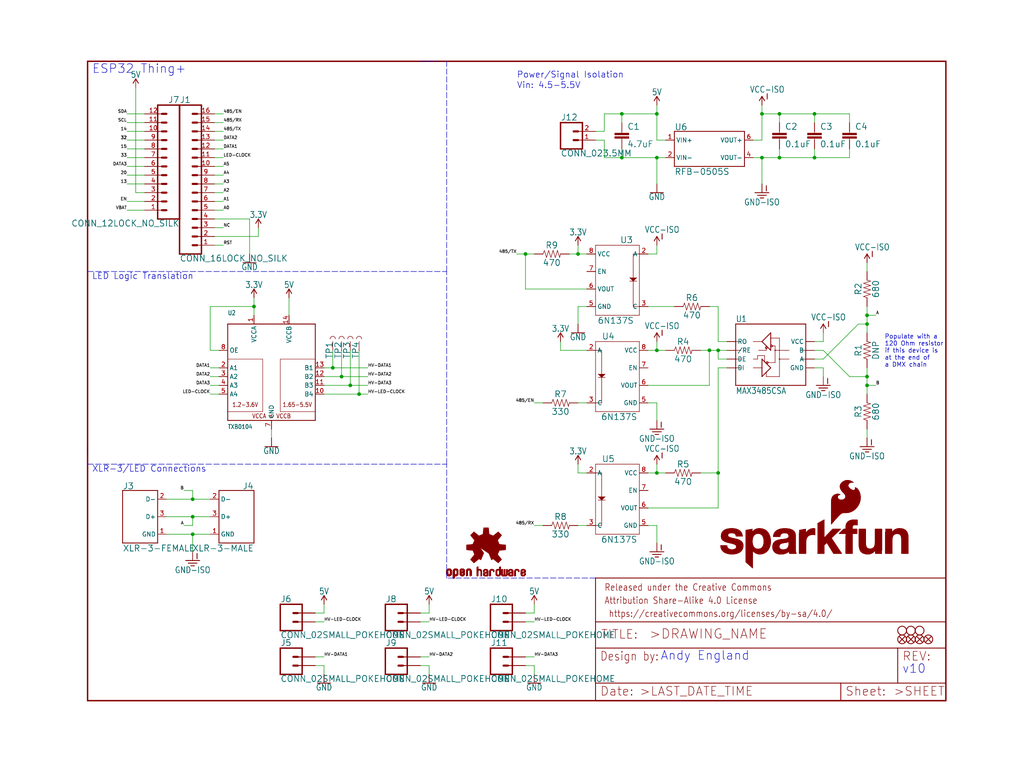
<source format=kicad_sch>
(kicad_sch (version 20211123) (generator eeschema)
  (paper "User" 297.002 224.231)
  (lib_symbols
    (symbol "eagleSchem-eagle-import:0.1UF-0603-25V-(+80{slash}-20%)"
      (property "Reference" "C" (at 1.524 2.921 0))
      (property "Value" "0.1UF-0603-25V-(+80{slash}-20%)" (at 1.524 -2.159 0))
      (symbol "0.1UF-0603-25V-(+80{slash}-20%)_1_0"
        (pin passive line (at 0 5.08 270) (length 2.54) (name "1") (number "1"))
        (pin passive line (at 0 -2.54 90) (length 2.54) (name "2") (number "2"))
      )
    )
    (symbol "eagleSchem-eagle-import:100OHM-HORIZ_KIT-1{slash}4W-1%"
      (property "Reference" "R" (at 0 1.524 0))
      (property "Value" "100OHM-HORIZ_KIT-1{slash}4W-1%" (at 0 -1.524 0))
      (symbol "100OHM-HORIZ_KIT-1{slash}4W-1%_1_0"
        (pin passive line (at -5.08 0 0) (length 2.54) (name "1") (number "P$1"))
        (pin passive line (at 5.08 0 180) (length 2.54) (name "2") (number "P$2"))
      )
    )
    (symbol "eagleSchem-eagle-import:3.3V" (power)
      (property "Value" "3.3V" (at 0 2.794 0))
      (symbol "3.3V_1_0"
        (pin power_in line (at 0 0 90) (length 2.54) (name "3.3V") (number "1"))
      )
    )
    (symbol "eagleSchem-eagle-import:330OHM-0603-1{slash}10W-1%"
      (property "Reference" "R" (at 0 1.524 0))
      (property "Value" "330OHM-0603-1{slash}10W-1%" (at 0 -1.524 0))
      (symbol "330OHM-0603-1{slash}10W-1%_1_0"
        (pin passive line (at -5.08 0 0) (length 2.54) (name "1") (number "1"))
        (pin passive line (at 5.08 0 180) (length 2.54) (name "2") (number "2"))
      )
    )
    (symbol "eagleSchem-eagle-import:4.7UF-0603-6.3V-(10%)"
      (property "Reference" "C" (at 1.524 2.921 0))
      (property "Value" "4.7UF-0603-6.3V-(10%)" (at 1.524 -2.159 0))
      (symbol "4.7UF-0603-6.3V-(10%)_1_0"
        (pin passive line (at 0 5.08 270) (length 2.54) (name "1") (number "1"))
        (pin passive line (at 0 -2.54 90) (length 2.54) (name "2") (number "2"))
      )
    )
    (symbol "eagleSchem-eagle-import:470OHM-0603-1{slash}10W-1%"
      (property "Reference" "R" (at 0 1.524 0))
      (property "Value" "470OHM-0603-1{slash}10W-1%" (at 0 -1.524 0))
      (symbol "470OHM-0603-1{slash}10W-1%_1_0"
        (pin passive line (at -5.08 0 0) (length 2.54) (name "1") (number "1"))
        (pin passive line (at 5.08 0 180) (length 2.54) (name "2") (number "2"))
      )
    )
    (symbol "eagleSchem-eagle-import:5V" (power)
      (property "Value" "5V" (at 0 2.794 0))
      (symbol "5V_1_0"
        (pin power_in line (at 0 0 90) (length 2.54) (name "5V") (number "1"))
      )
    )
    (symbol "eagleSchem-eagle-import:680OHM-0603-1{slash}10W-5%"
      (property "Reference" "R" (at 0 1.524 0))
      (property "Value" "680OHM-0603-1{slash}10W-5%" (at 0 -1.524 0))
      (symbol "680OHM-0603-1{slash}10W-5%_1_0"
        (pin passive line (at -5.08 0 0) (length 2.54) (name "1") (number "1"))
        (pin passive line (at 5.08 0 180) (length 2.54) (name "2") (number "2"))
      )
    )
    (symbol "eagleSchem-eagle-import:6N137S"
      (property "Reference" "U" (at -3.302 8.128 0))
      (property "Value" "6N137S" (at -3.556 -13.208 0))
      (symbol "6N137S_1_0"
        (pin bidirectional line (at -7.62 5.08 0) (length 2.54) (name "A") (number "2"))
        (pin bidirectional line (at -7.62 -10.16 0) (length 2.54) (name "C") (number "3"))
        (pin bidirectional line (at 10.16 -10.16 180) (length 2.54) (name "GND") (number "5"))
        (pin bidirectional line (at 10.16 -5.08 180) (length 2.54) (name "VOUT") (number "6"))
        (pin bidirectional line (at 10.16 0 180) (length 2.54) (name "EN") (number "7"))
        (pin bidirectional line (at 10.16 5.08 180) (length 2.54) (name "VCC") (number "8"))
      )
    )
    (symbol "eagleSchem-eagle-import:CONN_023.5MM"
      (property "Reference" "J" (at -2.54 5.588 0))
      (property "Value" "CONN_023.5MM" (at -2.54 -4.826 0))
      (symbol "CONN_023.5MM_1_0"
        (pin passive line (at 7.62 0 180) (length 5.08) (name "1") (number "1"))
        (pin passive line (at 7.62 2.54 180) (length 5.08) (name "2") (number "2"))
      )
    )
    (symbol "eagleSchem-eagle-import:CONN_02SMALL_POKEHOME"
      (property "Reference" "J" (at -2.54 5.588 0))
      (property "Value" "CONN_02SMALL_POKEHOME" (at -2.54 -4.826 0))
      (symbol "CONN_02SMALL_POKEHOME_1_0"
        (pin passive line (at 7.62 0 180) (length 5.08) (name "1") (number "P1"))
        (pin passive line (at 7.62 2.54 180) (length 5.08) (name "2") (number "P2"))
        (pin passive line (at 7.62 0 180) (length 5.08) (name "1") (number "P3"))
        (pin passive line (at 7.62 2.54 180) (length 5.08) (name "2") (number "P4"))
      )
    )
    (symbol "eagleSchem-eagle-import:CONN_12LOCK_NO_SILK"
      (property "Reference" "J" (at 0 15.748 0))
      (property "Value" "CONN_12LOCK_NO_SILK" (at 0 -20.066 0))
      (symbol "CONN_12LOCK_NO_SILK_1_0"
        (pin passive line (at 10.16 -15.24 180) (length 5.08) (name "1") (number "1"))
        (pin passive line (at 10.16 7.62 180) (length 5.08) (name "10") (number "10"))
        (pin passive line (at 10.16 10.16 180) (length 5.08) (name "11") (number "11"))
        (pin passive line (at 10.16 12.7 180) (length 5.08) (name "12") (number "12"))
        (pin passive line (at 10.16 -12.7 180) (length 5.08) (name "2") (number "2"))
        (pin passive line (at 10.16 -10.16 180) (length 5.08) (name "3") (number "3"))
        (pin passive line (at 10.16 -7.62 180) (length 5.08) (name "4") (number "4"))
        (pin passive line (at 10.16 -5.08 180) (length 5.08) (name "5") (number "5"))
        (pin passive line (at 10.16 -2.54 180) (length 5.08) (name "6") (number "6"))
        (pin passive line (at 10.16 0 180) (length 5.08) (name "7") (number "7"))
        (pin passive line (at 10.16 2.54 180) (length 5.08) (name "8") (number "8"))
        (pin passive line (at 10.16 5.08 180) (length 5.08) (name "9") (number "9"))
      )
    )
    (symbol "eagleSchem-eagle-import:CONN_16LOCK_NO_SILK"
      (property "Reference" "J" (at 0 20.828 0))
      (property "Value" "CONN_16LOCK_NO_SILK" (at 0 -25.146 0))
      (symbol "CONN_16LOCK_NO_SILK_1_0"
        (pin passive line (at 10.16 -20.32 180) (length 5.08) (name "1") (number "1"))
        (pin passive line (at 10.16 2.54 180) (length 5.08) (name "10") (number "10"))
        (pin passive line (at 10.16 5.08 180) (length 5.08) (name "11") (number "11"))
        (pin passive line (at 10.16 7.62 180) (length 5.08) (name "12") (number "12"))
        (pin passive line (at 10.16 10.16 180) (length 5.08) (name "13") (number "13"))
        (pin passive line (at 10.16 12.7 180) (length 5.08) (name "14") (number "14"))
        (pin passive line (at 10.16 15.24 180) (length 5.08) (name "15") (number "15"))
        (pin passive line (at 10.16 17.78 180) (length 5.08) (name "16") (number "16"))
        (pin passive line (at 10.16 -17.78 180) (length 5.08) (name "2") (number "2"))
        (pin passive line (at 10.16 -15.24 180) (length 5.08) (name "3") (number "3"))
        (pin passive line (at 10.16 -12.7 180) (length 5.08) (name "4") (number "4"))
        (pin passive line (at 10.16 -10.16 180) (length 5.08) (name "5") (number "5"))
        (pin passive line (at 10.16 -7.62 180) (length 5.08) (name "6") (number "6"))
        (pin passive line (at 10.16 -5.08 180) (length 5.08) (name "7") (number "7"))
        (pin passive line (at 10.16 -2.54 180) (length 5.08) (name "8") (number "8"))
        (pin passive line (at 10.16 0 180) (length 5.08) (name "9") (number "9"))
      )
    )
    (symbol "eagleSchem-eagle-import:FIDUCIALUFIDUCIAL")
    (symbol "eagleSchem-eagle-import:FRAME-LETTER"
      (symbol "FRAME-LETTER_2_0"
        (text " https://creativecommons.org/licenses/by-sa/4.0/" (at 2.54 24.13 0) (effects (font (size 1.9304 1.6408)) (justify left bottom)))
        (text ">DRAWING_NAME" (at 15.494 17.78 0) (effects (font (size 2.7432 2.7432)) (justify left bottom)))
        (text ">LAST_DATE_TIME" (at 12.7 1.27 0) (effects (font (size 2.54 2.54)) (justify left bottom)))
        (text ">SHEET" (at 86.36 1.27 0) (effects (font (size 2.54 2.54)) (justify left bottom)))
        (text "Attribution Share-Alike 4.0 License" (at 2.54 27.94 0) (effects (font (size 1.9304 1.6408)) (justify left bottom)))
        (text "Date:" (at 1.27 1.27 0) (effects (font (size 2.54 2.54)) (justify left bottom)))
        (text "Design by:" (at 1.27 11.43 0) (effects (font (size 2.54 2.159)) (justify left bottom)))
        (text "Released under the Creative Commons" (at 2.54 31.75 0) (effects (font (size 1.9304 1.6408)) (justify left bottom)))
        (text "REV:" (at 88.9 11.43 0) (effects (font (size 2.54 2.54)) (justify left bottom)))
        (text "Sheet:" (at 72.39 1.27 0) (effects (font (size 2.54 2.54)) (justify left bottom)))
        (text "TITLE:" (at 1.524 17.78 0) (effects (font (size 2.54 2.54)) (justify left bottom)))
      )
    )
    (symbol "eagleSchem-eagle-import:GND" (power)
      (property "Value" "GND" (at 0 -0.254 0))
      (symbol "GND_1_0"
        (pin power_in line (at 0 2.54 270) (length 2.54) (name "GND") (number "1"))
      )
    )
    (symbol "eagleSchem-eagle-import:GND-ISO" (power)
      (property "Value" "GND-ISO" (at 0 -1.778 0))
      (symbol "GND-ISO_1_0"
        (pin power_in line (at 0 2.54 270) (length 2.54) (name "GND-ISO") (number "1"))
      )
    )
    (symbol "eagleSchem-eagle-import:OSHW-LOGOS")
    (symbol "eagleSchem-eagle-import:RFB-0505S"
      (property "Reference" "U" (at -10.16 5.334 0))
      (property "Value" "RFB-0505S" (at -10.16 -7.62 0))
      (symbol "RFB-0505S_1_0"
        (pin bidirectional line (at -12.7 2.54 0) (length 2.54) (name "VIN+") (number "1"))
        (pin bidirectional line (at -12.7 -2.54 0) (length 2.54) (name "VIN-") (number "2"))
        (pin bidirectional line (at 12.7 -2.54 180) (length 2.54) (name "VOUT-") (number "4"))
        (pin bidirectional line (at 12.7 2.54 180) (length 2.54) (name "VOUT+") (number "6"))
      )
    )
    (symbol "eagleSchem-eagle-import:RS485SOIC"
      (property "Reference" "U" (at -7.62 8.128 0))
      (property "Value" "RS485SOIC" (at -7.62 -12.7 0))
      (symbol "RS485SOIC_1_0"
        (pin bidirectional line (at -10.16 2.54 0) (length 2.54) (name "RO") (number "1"))
        (pin bidirectional line (at -10.16 0 0) (length 2.54) (name "/RE") (number "2"))
        (pin bidirectional line (at -10.16 -2.54 0) (length 2.54) (name "DE") (number "3"))
        (pin bidirectional line (at -10.16 -5.08 0) (length 2.54) (name "DI") (number "4"))
        (pin bidirectional line (at 15.24 -5.08 180) (length 2.54) (name "GND") (number "5"))
        (pin bidirectional line (at 15.24 -2.54 180) (length 2.54) (name "A") (number "6"))
        (pin bidirectional line (at 15.24 0 180) (length 2.54) (name "B") (number "7"))
        (pin bidirectional line (at 15.24 2.54 180) (length 2.54) (name "VCC") (number "8"))
      )
    )
    (symbol "eagleSchem-eagle-import:SFE_LOGO_NAME_FLAME.2_INCH")
    (symbol "eagleSchem-eagle-import:STAND-OFFTIGHT")
    (symbol "eagleSchem-eagle-import:TEST-POINT3"
      (property "Reference" "TP" (at -2.54 2.54 0))
      (property "Value" "TEST-POINT3" (at -2.54 -2.54 0))
      (symbol "TEST-POINT3_1_0"
        (pin bidirectional line (at 0 0 180) (length 0) (name "1") (number "P$1"))
      )
    )
    (symbol "eagleSchem-eagle-import:TXB0104PWR"
      (property "Reference" "U" (at -12.7 17.78 0))
      (property "Value" "TXB0104PWR" (at -12.7 -15.24 0))
      (symbol "TXB0104PWR_1_0"
        (text "1.2-3.6V" (at -11.43 -8.89 0) (effects (font (size 1.27 1.0795)) (justify left bottom)))
        (text "1.65-5.5V" (at 3.175 -8.89 0) (effects (font (size 1.27 1.0795)) (justify left bottom)))
        (text "VCCA ≤ VCCB" (at 0 -12.192 0) (effects (font (size 1.27 1.0795)) (justify bottom)))
        (pin bidirectional line (at -5.08 17.78 270) (length 2.54) (name "VCCA") (number "1"))
        (pin bidirectional line (at 15.24 -5.08 180) (length 2.54) (name "B4") (number "10"))
        (pin bidirectional line (at 15.24 -2.54 180) (length 2.54) (name "B3") (number "11"))
        (pin bidirectional line (at 15.24 0 180) (length 2.54) (name "B2") (number "12"))
        (pin bidirectional line (at 15.24 2.54 180) (length 2.54) (name "B1") (number "13"))
        (pin bidirectional line (at 5.08 17.78 270) (length 2.54) (name "VCCB") (number "14"))
        (pin bidirectional line (at -15.24 2.54 0) (length 2.54) (name "A1") (number "2"))
        (pin bidirectional line (at -15.24 0 0) (length 2.54) (name "A2") (number "3"))
        (pin bidirectional line (at -15.24 -2.54 0) (length 2.54) (name "A3") (number "4"))
        (pin bidirectional line (at -15.24 -5.08 0) (length 2.54) (name "A4") (number "5"))
        (pin bidirectional line (at 0 -15.24 90) (length 2.54) (name "GND") (number "7"))
        (pin bidirectional line (at -15.24 7.62 0) (length 2.54) (name "OE") (number "8"))
      )
    )
    (symbol "eagleSchem-eagle-import:VCC-ISO" (power)
      (property "Value" "VCC-ISO" (at 1.524 3.556 0))
      (symbol "VCC-ISO_1_0"
        (pin power_in line (at 0 0 90) (length 2.54) (name "VCC-ISO") (number "1"))
      )
    )
    (symbol "eagleSchem-eagle-import:XLR-3-FEMALE"
      (property "Reference" "J" (at -5.08 7.874 0))
      (property "Value" "XLR-3-FEMALE" (at -5.08 -10.16 0))
      (symbol "XLR-3-FEMALE_1_0"
        (pin bidirectional line (at 7.62 -5.08 180) (length 2.54) (name "GND") (number "1"))
        (pin bidirectional line (at 7.62 5.08 180) (length 2.54) (name "D-") (number "2"))
        (pin bidirectional line (at 7.62 0 180) (length 2.54) (name "D+") (number "3"))
      )
    )
    (symbol "eagleSchem-eagle-import:XLR-3-MALE"
      (property "Reference" "J" (at -5.08 7.874 0))
      (property "Value" "XLR-3-MALE" (at -5.08 -10.16 0))
      (symbol "XLR-3-MALE_1_0"
        (pin bidirectional line (at 7.62 -5.08 180) (length 2.54) (name "GND") (number "1"))
        (pin bidirectional line (at 7.62 5.08 180) (length 2.54) (name "D-") (number "2"))
        (pin bidirectional line (at 7.62 0 180) (length 2.54) (name "D+") (number "3"))
      )
    )
  )
  (junction (at 190.5 45.72))
  (junction (at 251.46 91.44))
  (junction (at 236.22 45.72))
  (junction (at 190.5 33.02))
  (junction (at 96.52 106.68))
  (junction (at 236.22 33.02))
  (junction (at 55.88 154.94))
  (junction (at 205.74 101.6))
  (junction (at 55.88 149.86))
  (junction (at 226.06 33.02))
  (junction (at 167.64 73.66))
  (junction (at 152.4 73.66))
  (junction (at 220.98 45.72))
  (junction (at 251.46 93.98))
  (junction (at 208.28 101.6))
  (junction (at 220.98 33.02))
  (junction (at 180.34 45.72))
  (junction (at 208.28 137.16))
  (junction (at 226.06 45.72))
  (junction (at 190.5 101.6))
  (junction (at 180.34 33.02))
  (junction (at 190.5 137.16))
  (junction (at 55.88 144.78))
  (junction (at 101.6 111.76))
  (junction (at 104.14 114.3))
  (junction (at 99.06 109.22))
  (junction (at 251.46 109.22))
  (junction (at 73.66 88.9))
  (junction (at 251.46 111.76))
  (wire (pts (xy 190.5 53.34) (xy 190.5 45.72)))
  (wire (pts (xy 62.23 68.58) (xy 74.93 68.58)))
  (wire (pts (xy 63.5 114.3) (xy 60.96 114.3)))
  (wire (pts (xy 41.91 40.64) (xy 36.83 40.64)))
  (wire (pts (xy 248.92 93.98) (xy 251.46 93.98)))
  (wire (pts (xy 187.96 111.76) (xy 205.74 111.76)))
  (wire (pts (xy 157.48 152.4) (xy 154.94 152.4)))
  (wire (pts (xy 205.74 101.6) (xy 203.2 101.6)))
  (wire (pts (xy 63.5 109.22) (xy 60.96 109.22)))
  (wire (pts (xy 154.94 193.04) (xy 154.94 195.58)))
  (polyline (pts (xy 172.72 167.64) (xy 129.54 167.64)))
  (wire (pts (xy 190.5 152.4) (xy 190.5 157.48)))
  (wire (pts (xy 170.18 88.9) (xy 167.64 88.9)))
  (wire (pts (xy 251.46 111.76) (xy 251.46 109.22)))
  (wire (pts (xy 187.96 152.4) (xy 190.5 152.4)))
  (wire (pts (xy 55.88 154.94) (xy 55.88 160.02)))
  (wire (pts (xy 236.22 33.02) (xy 226.06 33.02)))
  (wire (pts (xy 226.06 45.72) (xy 236.22 45.72)))
  (wire (pts (xy 246.38 35.56) (xy 246.38 33.02)))
  (wire (pts (xy 41.91 35.56) (xy 36.83 35.56)))
  (wire (pts (xy 73.66 86.36) (xy 73.66 88.9)))
  (wire (pts (xy 205.74 111.76) (xy 205.74 101.6)))
  (wire (pts (xy 210.82 106.68) (xy 208.28 106.68)))
  (wire (pts (xy 152.4 180.34) (xy 154.94 180.34)))
  (wire (pts (xy 246.38 43.18) (xy 246.38 45.72)))
  (wire (pts (xy 236.22 35.56) (xy 236.22 33.02)))
  (wire (pts (xy 238.76 101.6) (xy 246.38 109.22)))
  (wire (pts (xy 187.96 88.9) (xy 195.58 88.9)))
  (wire (pts (xy 226.06 45.72) (xy 226.06 43.18)))
  (wire (pts (xy 172.72 40.64) (xy 175.26 40.64)))
  (wire (pts (xy 180.34 45.72) (xy 180.34 43.18)))
  (wire (pts (xy 41.91 55.88) (xy 39.37 55.88)))
  (wire (pts (xy 157.48 116.84) (xy 154.94 116.84)))
  (wire (pts (xy 93.98 177.8) (xy 93.98 175.26)))
  (wire (pts (xy 152.4 177.8) (xy 154.94 177.8)))
  (wire (pts (xy 251.46 91.44) (xy 254 91.44)))
  (wire (pts (xy 62.23 35.56) (xy 64.77 35.56)))
  (wire (pts (xy 73.66 88.9) (xy 73.66 91.44)))
  (wire (pts (xy 167.64 73.66) (xy 170.18 73.66)))
  (wire (pts (xy 60.96 149.86) (xy 55.88 149.86)))
  (wire (pts (xy 41.91 60.96) (xy 36.83 60.96)))
  (wire (pts (xy 91.44 177.8) (xy 93.98 177.8)))
  (wire (pts (xy 190.5 40.64) (xy 193.04 40.64)))
  (wire (pts (xy 121.92 177.8) (xy 124.46 177.8)))
  (wire (pts (xy 175.26 40.64) (xy 175.26 45.72)))
  (wire (pts (xy 193.04 45.72) (xy 190.5 45.72)))
  (wire (pts (xy 72.39 63.5) (xy 72.39 73.66)))
  (wire (pts (xy 48.26 154.94) (xy 55.88 154.94)))
  (wire (pts (xy 187.96 147.32) (xy 208.28 147.32)))
  (wire (pts (xy 251.46 91.44) (xy 251.46 93.98)))
  (wire (pts (xy 62.23 60.96) (xy 64.77 60.96)))
  (wire (pts (xy 62.23 58.42) (xy 64.77 58.42)))
  (wire (pts (xy 236.22 99.06) (xy 238.76 99.06)))
  (wire (pts (xy 208.28 104.14) (xy 208.28 101.6)))
  (wire (pts (xy 83.82 86.36) (xy 83.82 91.44)))
  (wire (pts (xy 93.98 106.68) (xy 96.52 106.68)))
  (wire (pts (xy 62.23 43.18) (xy 64.77 43.18)))
  (wire (pts (xy 62.23 63.5) (xy 72.39 63.5)))
  (wire (pts (xy 62.23 38.1) (xy 64.77 38.1)))
  (wire (pts (xy 208.28 106.68) (xy 208.28 137.16)))
  (wire (pts (xy 63.5 101.6) (xy 60.96 101.6)))
  (wire (pts (xy 190.5 101.6) (xy 193.04 101.6)))
  (wire (pts (xy 96.52 106.68) (xy 96.52 101.6)))
  (wire (pts (xy 62.23 55.88) (xy 64.77 55.88)))
  (wire (pts (xy 152.4 193.04) (xy 154.94 193.04)))
  (wire (pts (xy 62.23 66.04) (xy 64.77 66.04)))
  (wire (pts (xy 60.96 154.94) (xy 55.88 154.94)))
  (wire (pts (xy 220.98 53.34) (xy 220.98 45.72)))
  (wire (pts (xy 55.88 144.78) (xy 60.96 144.78)))
  (wire (pts (xy 187.96 73.66) (xy 190.5 73.66)))
  (wire (pts (xy 101.6 111.76) (xy 101.6 101.6)))
  (wire (pts (xy 62.23 50.8) (xy 64.77 50.8)))
  (wire (pts (xy 220.98 33.02) (xy 220.98 30.48)))
  (wire (pts (xy 218.44 45.72) (xy 220.98 45.72)))
  (wire (pts (xy 251.46 114.3) (xy 251.46 111.76)))
  (polyline (pts (xy 129.54 167.64) (xy 129.54 134.62)))
  (wire (pts (xy 41.91 38.1) (xy 36.83 38.1)))
  (wire (pts (xy 226.06 33.02) (xy 220.98 33.02)))
  (wire (pts (xy 251.46 76.2) (xy 251.46 78.74)))
  (wire (pts (xy 220.98 40.64) (xy 220.98 33.02)))
  (wire (pts (xy 121.92 193.04) (xy 124.46 193.04)))
  (wire (pts (xy 187.96 116.84) (xy 190.5 116.84)))
  (wire (pts (xy 91.44 193.04) (xy 93.98 193.04)))
  (wire (pts (xy 175.26 33.02) (xy 180.34 33.02)))
  (wire (pts (xy 62.23 33.02) (xy 64.77 33.02)))
  (wire (pts (xy 62.23 48.26) (xy 64.77 48.26)))
  (wire (pts (xy 99.06 109.22) (xy 106.68 109.22)))
  (wire (pts (xy 124.46 193.04) (xy 124.46 195.58)))
  (wire (pts (xy 236.22 45.72) (xy 246.38 45.72)))
  (wire (pts (xy 167.64 137.16) (xy 170.18 137.16)))
  (wire (pts (xy 63.5 111.76) (xy 60.96 111.76)))
  (wire (pts (xy 41.91 33.02) (xy 36.83 33.02)))
  (wire (pts (xy 226.06 35.56) (xy 226.06 33.02)))
  (wire (pts (xy 121.92 190.5) (xy 124.46 190.5)))
  (wire (pts (xy 238.76 99.06) (xy 238.76 96.52)))
  (wire (pts (xy 55.88 142.24) (xy 53.34 142.24)))
  (wire (pts (xy 41.91 48.26) (xy 36.83 48.26)))
  (wire (pts (xy 93.98 111.76) (xy 101.6 111.76)))
  (wire (pts (xy 63.5 106.68) (xy 60.96 106.68)))
  (wire (pts (xy 41.91 50.8) (xy 36.83 50.8)))
  (wire (pts (xy 238.76 106.68) (xy 238.76 109.22)))
  (wire (pts (xy 162.56 101.6) (xy 162.56 99.06)))
  (wire (pts (xy 152.4 83.82) (xy 170.18 83.82)))
  (wire (pts (xy 93.98 109.22) (xy 99.06 109.22)))
  (wire (pts (xy 208.28 101.6) (xy 205.74 101.6)))
  (wire (pts (xy 208.28 88.9) (xy 208.28 99.06)))
  (wire (pts (xy 41.91 53.34) (xy 36.83 53.34)))
  (wire (pts (xy 104.14 114.3) (xy 104.14 101.6)))
  (wire (pts (xy 193.04 137.16) (xy 190.5 137.16)))
  (wire (pts (xy 220.98 45.72) (xy 226.06 45.72)))
  (wire (pts (xy 190.5 73.66) (xy 190.5 71.12)))
  (wire (pts (xy 210.82 101.6) (xy 208.28 101.6)))
  (wire (pts (xy 41.91 45.72) (xy 36.83 45.72)))
  (wire (pts (xy 251.46 127) (xy 251.46 124.46)))
  (wire (pts (xy 251.46 111.76) (xy 254 111.76)))
  (wire (pts (xy 167.64 134.62) (xy 167.64 137.16)))
  (wire (pts (xy 62.23 45.72) (xy 64.77 45.72)))
  (wire (pts (xy 180.34 35.56) (xy 180.34 33.02)))
  (wire (pts (xy 154.94 73.66) (xy 152.4 73.66)))
  (wire (pts (xy 190.5 116.84) (xy 190.5 121.92)))
  (wire (pts (xy 236.22 106.68) (xy 238.76 106.68)))
  (wire (pts (xy 99.06 109.22) (xy 99.06 101.6)))
  (wire (pts (xy 190.5 45.72) (xy 180.34 45.72)))
  (wire (pts (xy 251.46 109.22) (xy 251.46 106.68)))
  (wire (pts (xy 41.91 58.42) (xy 36.83 58.42)))
  (wire (pts (xy 170.18 101.6) (xy 162.56 101.6)))
  (polyline (pts (xy 129.54 78.74) (xy 129.54 17.78)))
  (wire (pts (xy 62.23 40.64) (xy 64.77 40.64)))
  (wire (pts (xy 152.4 190.5) (xy 154.94 190.5)))
  (wire (pts (xy 190.5 137.16) (xy 187.96 137.16)))
  (wire (pts (xy 55.88 152.4) (xy 53.34 152.4)))
  (wire (pts (xy 190.5 134.62) (xy 190.5 137.16)))
  (wire (pts (xy 60.96 88.9) (xy 73.66 88.9)))
  (wire (pts (xy 91.44 190.5) (xy 93.98 190.5)))
  (wire (pts (xy 175.26 38.1) (xy 175.26 33.02)))
  (wire (pts (xy 190.5 99.06) (xy 190.5 101.6)))
  (wire (pts (xy 175.26 45.72) (xy 180.34 45.72)))
  (wire (pts (xy 48.26 149.86) (xy 55.88 149.86)))
  (wire (pts (xy 154.94 177.8) (xy 154.94 175.26)))
  (wire (pts (xy 172.72 38.1) (xy 175.26 38.1)))
  (wire (pts (xy 170.18 116.84) (xy 167.64 116.84)))
  (wire (pts (xy 55.88 144.78) (xy 48.26 144.78)))
  (wire (pts (xy 167.64 88.9) (xy 167.64 93.98)))
  (wire (pts (xy 236.22 101.6) (xy 238.76 101.6)))
  (wire (pts (xy 190.5 33.02) (xy 190.5 40.64)))
  (wire (pts (xy 121.92 180.34) (xy 124.46 180.34)))
  (wire (pts (xy 78.74 127) (xy 78.74 124.46)))
  (polyline (pts (xy 25.4 134.62) (xy 129.54 134.62)))
  (wire (pts (xy 187.96 101.6) (xy 190.5 101.6)))
  (wire (pts (xy 180.34 33.02) (xy 190.5 33.02)))
  (wire (pts (xy 246.38 109.22) (xy 251.46 109.22)))
  (polyline (pts (xy 25.4 78.74) (xy 129.54 78.74)))
  (wire (pts (xy 101.6 111.76) (xy 106.68 111.76)))
  (wire (pts (xy 96.52 106.68) (xy 106.68 106.68)))
  (wire (pts (xy 167.64 71.12) (xy 167.64 73.66)))
  (polyline (pts (xy 25.4 129.54) (xy 25.4 132.08)))
  (wire (pts (xy 210.82 104.14) (xy 208.28 104.14)))
  (wire (pts (xy 60.96 101.6) (xy 60.96 88.9)))
  (wire (pts (xy 124.46 177.8) (xy 124.46 175.26)))
  (wire (pts (xy 251.46 93.98) (xy 251.46 96.52)))
  (wire (pts (xy 238.76 104.14) (xy 248.92 93.98)))
  (wire (pts (xy 55.88 144.78) (xy 55.88 142.24)))
  (wire (pts (xy 104.14 114.3) (xy 106.68 114.3)))
  (wire (pts (xy 208.28 147.32) (xy 208.28 137.16)))
  (wire (pts (xy 41.91 43.18) (xy 36.83 43.18)))
  (wire (pts (xy 91.44 180.34) (xy 93.98 180.34)))
  (wire (pts (xy 170.18 152.4) (xy 167.64 152.4)))
  (polyline (pts (xy 121.92 17.78) (xy 127 17.78)))
  (wire (pts (xy 93.98 114.3) (xy 104.14 114.3)))
  (wire (pts (xy 205.74 88.9) (xy 208.28 88.9)))
  (wire (pts (xy 55.88 149.86) (xy 55.88 152.4)))
  (wire (pts (xy 251.46 88.9) (xy 251.46 91.44)))
  (wire (pts (xy 152.4 73.66) (xy 152.4 83.82)))
  (wire (pts (xy 190.5 33.02) (xy 190.5 30.48)))
  (wire (pts (xy 208.28 99.06) (xy 210.82 99.06)))
  (wire (pts (xy 93.98 193.04) (xy 93.98 195.58)))
  (polyline (pts (xy 129.54 134.62) (xy 129.54 78.74)))
  (wire (pts (xy 165.1 73.66) (xy 167.64 73.66)))
  (wire (pts (xy 236.22 104.14) (xy 238.76 104.14)))
  (wire (pts (xy 208.28 137.16) (xy 203.2 137.16)))
  (wire (pts (xy 39.37 55.88) (xy 39.37 25.4)))
  (wire (pts (xy 62.23 53.34) (xy 64.77 53.34)))
  (wire (pts (xy 246.38 33.02) (xy 236.22 33.02)))
  (wire (pts (xy 236.22 43.18) (xy 236.22 45.72)))
  (wire (pts (xy 62.23 71.12) (xy 64.77 71.12)))
  (wire (pts (xy 74.93 66.04) (xy 74.93 68.58)))
  (wire (pts (xy 218.44 40.64) (xy 220.98 40.64)))
  (wire (pts (xy 152.4 73.66) (xy 149.86 73.66)))
  (text "Andy England" (at 191.516 191.77 180) (effects (font (size 2.54 2.54)) (justify left bottom)))
  (text "Vin: 4.5-5.5V" (at 149.86 25.908 180) (effects (font (size 1.778 1.778)) (justify left bottom)))
  (text "v10" (at 261.62 195.58 180) (effects (font (size 2.54 2.54)) (justify left bottom)))
  (text "Populate with a\n120 Ohm resistor\nif this device is\nat the end of\na DMX chain" (at 256.54 106.68 0) (effects (font (size 1.27 1.27)) (justify left bottom)))
  (text "ESP32 Thing+" (at 26.67 21.59 180) (effects (font (size 2.54 2.54)) (justify left bottom)))
  (text "XLR-3/LED Connections" (at 26.67 137.16 180) (effects (font (size 1.778 1.778)) (justify left bottom)))
  (text "LED Logic Translation" (at 26.67 81.28 180) (effects (font (size 1.778 1.778)) (justify left bottom)))
  (text "Power/Signal Isolation" (at 149.86 22.86 180) (effects (font (size 1.778 1.778)) (justify left bottom)))
  (label "HV-DATA2" (at 106.68 109.22 0) (effects (font (size 0.889 0.889))))
  (label "HV-DATA1" (at 93.98 190.5 0) (effects (font (size 0.889 0.889))))
  (label "DATA3" (at 60.96 111.76 180) (effects (font (size 0.889 0.889))))
  (label "HV-LED-CLOCK" (at 93.98 180.34 0) (effects (font (size 0.889 0.889))))
  (label "A" (at 254 91.44 0) (effects (font (size 0.889 0.889))))
  (label "LED-CLOCK" (at 60.96 114.3 180) (effects (font (size 0.889 0.889))))
  (label "LED-CLOCK" (at 64.77 45.72 0) (effects (font (size 0.889 0.889))))
  (label "A1" (at 64.77 58.42 0) (effects (font (size 0.889 0.889))))
  (label "A0" (at 64.77 60.96 0) (effects (font (size 0.889 0.889))))
  (label "HV-DATA1" (at 106.68 106.68 0) (effects (font (size 0.889 0.889))))
  (label "B" (at 254 111.76 0) (effects (font (size 0.889 0.889))))
  (label "DATA1" (at 64.77 43.18 0) (effects (font (size 0.889 0.889))))
  (label "14" (at 36.83 38.1 180) (effects (font (size 0.889 0.889))))
  (label "HV-LED-CLOCK" (at 154.94 180.34 0) (effects (font (size 0.889 0.889))))
  (label "HV-DATA3" (at 106.68 111.76 0) (effects (font (size 0.889 0.889))))
  (label "A2" (at 64.77 55.88 0) (effects (font (size 0.889 0.889))))
  (label "A4" (at 64.77 50.8 0) (effects (font (size 0.889 0.889))))
  (label "B" (at 53.34 142.24 180) (effects (font (size 0.889 0.889))))
  (label "485/EN" (at 154.94 116.84 180) (effects (font (size 0.889 0.889))))
  (label "A3" (at 64.77 53.34 0) (effects (font (size 0.889 0.889))))
  (label "HV-DATA3" (at 154.94 190.5 0) (effects (font (size 0.889 0.889))))
  (label "HV-LED-CLOCK" (at 106.68 114.3 0) (effects (font (size 0.889 0.889))))
  (label "HV-LED-CLOCK" (at 124.46 180.34 0) (effects (font (size 0.889 0.889))))
  (label "NC" (at 64.77 66.04 0) (effects (font (size 0.889 0.889))))
  (label "DATA3" (at 36.83 48.26 180) (effects (font (size 0.889 0.889))))
  (label "A5" (at 64.77 48.26 0) (effects (font (size 0.889 0.889))))
  (label "485/RX" (at 64.77 35.56 0) (effects (font (size 0.889 0.889))))
  (label "32" (at 36.83 40.64 180) (effects (font (size 0.889 0.889))))
  (label "485/TX" (at 149.86 73.66 180) (effects (font (size 0.889 0.889))))
  (label "485/TX" (at 64.77 38.1 0) (effects (font (size 0.889 0.889))))
  (label "32" (at 36.83 40.64 180) (effects (font (size 0.889 0.889))))
  (label "RST" (at 64.77 71.12 0) (effects (font (size 0.889 0.889))))
  (label "A" (at 53.34 152.4 180) (effects (font (size 0.889 0.889))))
  (label "HV-DATA2" (at 124.46 190.5 0) (effects (font (size 0.889 0.889))))
  (label "485/RX" (at 154.94 152.4 180) (effects (font (size 0.889 0.889))))
  (label "DATA1" (at 60.96 106.68 180) (effects (font (size 0.889 0.889))))
  (label "SDA" (at 36.83 33.02 180) (effects (font (size 0.889 0.889))))
  (label "DATA2" (at 60.96 109.22 180) (effects (font (size 0.889 0.889))))
  (label "20" (at 36.83 50.8 180) (effects (font (size 0.889 0.889))))
  (label "13" (at 36.83 53.34 180) (effects (font (size 0.889 0.889))))
  (label "33" (at 36.83 45.72 180) (effects (font (size 0.889 0.889))))
  (label "VBAT" (at 36.83 60.96 180) (effects (font (size 0.889 0.889))))
  (label "15" (at 36.83 43.18 180) (effects (font (size 0.889 0.889))))
  (label "DATA2" (at 64.77 40.64 0) (effects (font (size 0.889 0.889))))
  (label "SCL" (at 36.83 35.56 180) (effects (font (size 0.889 0.889))))
  (label "EN" (at 36.83 58.42 180) (effects (font (size 0.889 0.889))))
  (label "485/EN" (at 64.77 33.02 0) (effects (font (size 0.889 0.889))))
  (symbol (lib_id "eagleSchem-eagle-import:330OHM-0603-1{slash}10W-1%") (at 162.56 116.84 0) (unit 1)
    (property "Reference" "R7" (at 162.56 115.316 0) (effects (font (size 1.778 1.778)) (justify bottom)))
    (property "Value" "330" (at 162.56 118.364 0) (effects (font (size 1.778 1.778)) (justify top)))
    (property "Footprint" "eagleSchem:0603" (effects hide))
  )
  (symbol (lib_id "eagleSchem-eagle-import:5V") (at 154.94 175.26 0) (unit 1)
    (property "Reference" "#SUPPLY9" (effects hide))
    (property "Value" "5V" (at 154.94 172.466 0) (effects (font (size 1.778 1.5113)) (justify bottom)))
    (property "Footprint" "eagleSchem:" (effects hide))
  )
  (symbol (lib_id "eagleSchem-eagle-import:TEST-POINT3") (at 104.14 101.6 90) (unit 1)
    (property "Reference" "TP4" (at 104.14 104.14 0) (effects (font (size 1.778 1.778)) (justify left bottom)))
    (property "Value" "TEST-POINT3" (effects hide))
    (property "Footprint" "eagleSchem:PAD.03X.03" (effects hide))
  )
  (symbol (lib_id "eagleSchem-eagle-import:470OHM-0603-1{slash}10W-1%") (at 198.12 101.6 0) (unit 1)
    (property "Reference" "R4" (at 198.12 100.076 0) (effects (font (size 1.778 1.778)) (justify bottom)))
    (property "Value" "470" (at 198.12 103.124 0) (effects (font (size 1.778 1.778)) (justify top)))
    (property "Footprint" "eagleSchem:0603" (effects hide))
  )
  (symbol (lib_id "eagleSchem-eagle-import:CONN_02SMALL_POKEHOME") (at 83.82 193.04 0) (unit 1)
    (property "Reference" "J5" (at 81.28 187.452 0) (effects (font (size 1.778 1.778)) (justify left bottom)))
    (property "Value" "CONN_02SMALL_POKEHOME" (at 81.28 197.866 0) (effects (font (size 1.778 1.778)) (justify left bottom)))
    (property "Footprint" "eagleSchem:1X02_POKEHOME" (effects hide))
  )
  (symbol (lib_id "eagleSchem-eagle-import:VCC-ISO") (at 238.76 96.52 0) (unit 1)
    (property "Reference" "#U$9" (effects hide))
    (property "Value" "VCC-ISO" (at 240.284 92.964 0) (effects (font (size 1.778 1.5113)) (justify bottom)))
    (property "Footprint" "eagleSchem:" (effects hide))
  )
  (symbol (lib_id "eagleSchem-eagle-import:5V") (at 93.98 175.26 0) (unit 1)
    (property "Reference" "#SUPPLY6" (effects hide))
    (property "Value" "5V" (at 93.98 172.466 0) (effects (font (size 1.778 1.5113)) (justify bottom)))
    (property "Footprint" "eagleSchem:" (effects hide))
  )
  (symbol (lib_id "eagleSchem-eagle-import:CONN_02SMALL_POKEHOME") (at 144.78 180.34 0) (unit 1)
    (property "Reference" "J10" (at 142.24 174.752 0) (effects (font (size 1.778 1.778)) (justify left bottom)))
    (property "Value" "CONN_02SMALL_POKEHOME" (at 142.24 185.166 0) (effects (font (size 1.778 1.778)) (justify left bottom)))
    (property "Footprint" "eagleSchem:1X02_POKEHOME" (effects hide))
  )
  (symbol (lib_id "eagleSchem-eagle-import:4.7UF-0603-6.3V-(10%)") (at 180.34 40.64 0) (unit 1)
    (property "Reference" "C1" (at 181.864 37.719 0) (effects (font (size 1.778 1.778)) (justify left bottom)))
    (property "Value" "4.7uF" (at 181.864 42.799 0) (effects (font (size 1.778 1.778)) (justify left bottom)))
    (property "Footprint" "eagleSchem:0603" (effects hide))
  )
  (symbol (lib_id "eagleSchem-eagle-import:VCC-ISO") (at 190.5 134.62 0) (unit 1)
    (property "Reference" "#U$8" (effects hide))
    (property "Value" "VCC-ISO" (at 192.024 131.064 0) (effects (font (size 1.778 1.5113)) (justify bottom)))
    (property "Footprint" "eagleSchem:" (effects hide))
  )
  (symbol (lib_id "eagleSchem-eagle-import:FRAME-LETTER") (at 25.4 203.2 0) (unit 1)
    (property "Reference" "FRAME1" (effects hide))
    (property "Value" "FRAME-LETTER" (effects hide))
    (property "Footprint" "eagleSchem:CREATIVE_COMMONS" (effects hide))
  )
  (symbol (lib_id "eagleSchem-eagle-import:OSHW-LOGOS") (at 140.97 158.75 0) (unit 1)
    (property "Reference" "LOGO3" (effects hide))
    (property "Value" "OSHW-LOGOS" (effects hide))
    (property "Footprint" "eagleSchem:OSHW-LOGO-S" (effects hide))
  )
  (symbol (lib_id "eagleSchem-eagle-import:FIDUCIALUFIDUCIAL") (at 264.16 185.42 0) (unit 1)
    (property "Reference" "FD2" (effects hide))
    (property "Value" "FIDUCIALUFIDUCIAL" (effects hide))
    (property "Footprint" "eagleSchem:FIDUCIAL-MICRO" (effects hide))
  )
  (symbol (lib_id "eagleSchem-eagle-import:FIDUCIALUFIDUCIAL") (at 261.62 185.42 0) (unit 1)
    (property "Reference" "FD1" (effects hide))
    (property "Value" "FIDUCIALUFIDUCIAL" (effects hide))
    (property "Footprint" "eagleSchem:FIDUCIAL-MICRO" (effects hide))
  )
  (symbol (lib_id "eagleSchem-eagle-import:GND") (at 93.98 198.12 0) (unit 1)
    (property "Reference" "#GND4" (effects hide))
    (property "Value" "GND" (at 93.98 198.374 0) (effects (font (size 1.778 1.5113)) (justify top)))
    (property "Footprint" "eagleSchem:" (effects hide))
  )
  (symbol (lib_id "eagleSchem-eagle-import:5V") (at 83.82 86.36 0) (unit 1)
    (property "Reference" "#SUPPLY10" (effects hide))
    (property "Value" "5V" (at 83.82 83.566 0) (effects (font (size 1.778 1.5113)) (justify bottom)))
    (property "Footprint" "eagleSchem:" (effects hide))
  )
  (symbol (lib_id "eagleSchem-eagle-import:FIDUCIALUFIDUCIAL") (at 266.7 185.42 0) (unit 1)
    (property "Reference" "FD3" (effects hide))
    (property "Value" "FIDUCIALUFIDUCIAL" (effects hide))
    (property "Footprint" "eagleSchem:FIDUCIAL-MICRO" (effects hide))
  )
  (symbol (lib_id "eagleSchem-eagle-import:GND-ISO") (at 190.5 124.46 0) (unit 1)
    (property "Reference" "#GND-ISO2" (effects hide))
    (property "Value" "GND-ISO" (at 190.5 126.238 0) (effects (font (size 1.778 1.5113)) (justify top)))
    (property "Footprint" "eagleSchem:" (effects hide))
  )
  (symbol (lib_id "eagleSchem-eagle-import:GND") (at 72.39 76.2 0) (unit 1)
    (property "Reference" "#GND3" (effects hide))
    (property "Value" "GND" (at 72.39 76.454 0) (effects (font (size 1.778 1.5113)) (justify top)))
    (property "Footprint" "eagleSchem:" (effects hide))
  )
  (symbol (lib_id "eagleSchem-eagle-import:CONN_02SMALL_POKEHOME") (at 83.82 180.34 0) (unit 1)
    (property "Reference" "J6" (at 81.28 174.752 0) (effects (font (size 1.778 1.778)) (justify left bottom)))
    (property "Value" "CONN_02SMALL_POKEHOME" (at 81.28 185.166 0) (effects (font (size 1.778 1.778)) (justify left bottom)))
    (property "Footprint" "eagleSchem:1X02_POKEHOME" (effects hide))
  )
  (symbol (lib_id "eagleSchem-eagle-import:RFB-0505S") (at 205.74 43.18 0) (unit 1)
    (property "Reference" "U6" (at 195.58 37.846 0) (effects (font (size 1.778 1.778)) (justify left bottom)))
    (property "Value" "RFB-0505S" (at 195.58 50.8 0) (effects (font (size 1.778 1.778)) (justify left bottom)))
    (property "Footprint" "eagleSchem:RFB-0505S" (effects hide))
  )
  (symbol (lib_id "eagleSchem-eagle-import:FRAME-LETTER") (at 172.72 203.2 0) (unit 2)
    (property "Reference" "FRAME1" (effects hide))
    (property "Value" "FRAME-LETTER" (effects hide))
    (property "Footprint" "eagleSchem:CREATIVE_COMMONS" (effects hide))
  )
  (symbol (lib_id "eagleSchem-eagle-import:CONN_16LOCK_NO_SILK") (at 52.07 50.8 0) (unit 1)
    (property "Reference" "J1" (at 52.07 29.972 0) (effects (font (size 1.778 1.778)) (justify left bottom)))
    (property "Value" "CONN_16LOCK_NO_SILK" (at 52.07 75.946 0) (effects (font (size 1.778 1.778)) (justify left bottom)))
    (property "Footprint" "eagleSchem:1X16_LOCK_NO_SILK" (effects hide))
  )
  (symbol (lib_id "eagleSchem-eagle-import:VCC-ISO") (at 190.5 99.06 0) (unit 1)
    (property "Reference" "#U$7" (effects hide))
    (property "Value" "VCC-ISO" (at 192.024 95.504 0) (effects (font (size 1.778 1.5113)) (justify bottom)))
    (property "Footprint" "eagleSchem:" (effects hide))
  )
  (symbol (lib_id "eagleSchem-eagle-import:TEST-POINT3") (at 96.52 101.6 90) (unit 1)
    (property "Reference" "TP1" (at 96.52 104.14 0) (effects (font (size 1.778 1.778)) (justify left bottom)))
    (property "Value" "TEST-POINT3" (effects hide))
    (property "Footprint" "eagleSchem:PAD.03X.03" (effects hide))
  )
  (symbol (lib_id "eagleSchem-eagle-import:CONN_02SMALL_POKEHOME") (at 114.3 180.34 0) (unit 1)
    (property "Reference" "J8" (at 111.76 174.752 0) (effects (font (size 1.778 1.778)) (justify left bottom)))
    (property "Value" "CONN_02SMALL_POKEHOME" (at 111.76 185.166 0) (effects (font (size 1.778 1.778)) (justify left bottom)))
    (property "Footprint" "eagleSchem:1X02_POKEHOME" (effects hide))
  )
  (symbol (lib_id "eagleSchem-eagle-import:VCC-ISO") (at 251.46 76.2 0) (unit 1)
    (property "Reference" "#U$10" (effects hide))
    (property "Value" "VCC-ISO" (at 252.984 72.644 0) (effects (font (size 1.778 1.5113)) (justify bottom)))
    (property "Footprint" "eagleSchem:" (effects hide))
  )
  (symbol (lib_id "eagleSchem-eagle-import:FIDUCIALUFIDUCIAL") (at 269.24 185.42 0) (unit 1)
    (property "Reference" "FD4" (effects hide))
    (property "Value" "FIDUCIALUFIDUCIAL" (effects hide))
    (property "Footprint" "eagleSchem:FIDUCIAL-MICRO" (effects hide))
  )
  (symbol (lib_id "eagleSchem-eagle-import:GND-ISO") (at 55.88 162.56 0) (unit 1)
    (property "Reference" "#GND-ISO6" (effects hide))
    (property "Value" "GND-ISO" (at 55.88 164.338 0) (effects (font (size 1.778 1.5113)) (justify top)))
    (property "Footprint" "eagleSchem:" (effects hide))
  )
  (symbol (lib_id "eagleSchem-eagle-import:3.3V") (at 74.93 66.04 0) (unit 1)
    (property "Reference" "#SUPPLY8" (effects hide))
    (property "Value" "3.3V" (at 74.93 63.246 0) (effects (font (size 1.778 1.5113)) (justify bottom)))
    (property "Footprint" "eagleSchem:" (effects hide))
  )
  (symbol (lib_id "eagleSchem-eagle-import:470OHM-0603-1{slash}10W-1%") (at 200.66 88.9 0) (unit 1)
    (property "Reference" "R6" (at 200.66 87.376 0) (effects (font (size 1.778 1.778)) (justify bottom)))
    (property "Value" "470" (at 200.66 90.424 0) (effects (font (size 1.778 1.778)) (justify top)))
    (property "Footprint" "eagleSchem:0603" (effects hide))
  )
  (symbol (lib_id "eagleSchem-eagle-import:XLR-3-FEMALE") (at 40.64 149.86 0) (unit 1)
    (property "Reference" "J3" (at 35.56 141.986 0) (effects (font (size 1.778 1.778)) (justify left bottom)))
    (property "Value" "XLR-3-FEMALE" (at 35.56 160.02 0) (effects (font (size 1.778 1.778)) (justify left bottom)))
    (property "Footprint" "eagleSchem:XLR-3_FEMALE" (effects hide))
  )
  (symbol (lib_id "eagleSchem-eagle-import:GND-ISO") (at 220.98 55.88 0) (unit 1)
    (property "Reference" "#GND-ISO1" (effects hide))
    (property "Value" "GND-ISO" (at 220.98 57.658 0) (effects (font (size 1.778 1.5113)) (justify top)))
    (property "Footprint" "eagleSchem:" (effects hide))
  )
  (symbol (lib_id "eagleSchem-eagle-import:VCC-ISO") (at 220.98 30.48 0) (unit 1)
    (property "Reference" "#U$5" (effects hide))
    (property "Value" "VCC-ISO" (at 222.504 26.924 0) (effects (font (size 1.778 1.5113)) (justify bottom)))
    (property "Footprint" "eagleSchem:" (effects hide))
  )
  (symbol (lib_id "eagleSchem-eagle-import:VCC-ISO") (at 190.5 71.12 0) (unit 1)
    (property "Reference" "#U$6" (effects hide))
    (property "Value" "VCC-ISO" (at 192.024 67.564 0) (effects (font (size 1.778 1.5113)) (justify bottom)))
    (property "Footprint" "eagleSchem:" (effects hide))
  )
  (symbol (lib_id "eagleSchem-eagle-import:100OHM-HORIZ_KIT-1{slash}4W-1%") (at 251.46 101.6 90) (unit 1)
    (property "Reference" "R1" (at 249.936 101.6 0) (effects (font (size 1.778 1.778)) (justify bottom)))
    (property "Value" "DNP" (at 252.984 101.6 0) (effects (font (size 1.778 1.778)) (justify top)))
    (property "Footprint" "eagleSchem:AXIAL-0.3EZ" (effects hide))
  )
  (symbol (lib_id "eagleSchem-eagle-import:680OHM-0603-1{slash}10W-5%") (at 251.46 83.82 90) (unit 1)
    (property "Reference" "R2" (at 249.936 83.82 0) (effects (font (size 1.778 1.778)) (justify bottom)))
    (property "Value" "680" (at 252.984 83.82 0) (effects (font (size 1.778 1.778)) (justify top)))
    (property "Footprint" "eagleSchem:0603" (effects hide))
  )
  (symbol (lib_id "eagleSchem-eagle-import:5V") (at 39.37 25.4 0) (unit 1)
    (property "Reference" "#SUPPLY7" (effects hide))
    (property "Value" "5V" (at 39.37 22.606 0) (effects (font (size 1.778 1.5113)) (justify bottom)))
    (property "Footprint" "eagleSchem:" (effects hide))
  )
  (symbol (lib_id "eagleSchem-eagle-import:CONN_02SMALL_POKEHOME") (at 144.78 193.04 0) (unit 1)
    (property "Reference" "J11" (at 142.24 187.452 0) (effects (font (size 1.778 1.778)) (justify left bottom)))
    (property "Value" "CONN_02SMALL_POKEHOME" (at 142.24 197.866 0) (effects (font (size 1.778 1.778)) (justify left bottom)))
    (property "Footprint" "eagleSchem:1X02_POKEHOME" (effects hide))
  )
  (symbol (lib_id "eagleSchem-eagle-import:XLR-3-MALE") (at 68.58 149.86 0) (mirror y) (unit 1)
    (property "Reference" "J4" (at 73.66 141.986 0) (effects (font (size 1.778 1.778)) (justify left bottom)))
    (property "Value" "XLR-3-MALE" (at 73.66 160.02 0) (effects (font (size 1.778 1.778)) (justify left bottom)))
    (property "Footprint" "eagleSchem:XLR-3_MALE" (effects hide))
  )
  (symbol (lib_id "eagleSchem-eagle-import:CONN_02SMALL_POKEHOME") (at 114.3 193.04 0) (unit 1)
    (property "Reference" "J9" (at 111.76 187.452 0) (effects (font (size 1.778 1.778)) (justify left bottom)))
    (property "Value" "CONN_02SMALL_POKEHOME" (at 111.76 197.866 0) (effects (font (size 1.778 1.778)) (justify left bottom)))
    (property "Footprint" "eagleSchem:1X02_POKEHOME" (effects hide))
  )
  (symbol (lib_id "eagleSchem-eagle-import:3.3V") (at 167.64 71.12 0) (unit 1)
    (property "Reference" "#SUPPLY12" (effects hide))
    (property "Value" "3.3V" (at 167.64 68.326 0) (effects (font (size 1.778 1.5113)) (justify bottom)))
    (property "Footprint" "eagleSchem:" (effects hide))
  )
  (symbol (lib_id "eagleSchem-eagle-import:SFE_LOGO_NAME_FLAME.2_INCH") (at 208.28 165.1 0) (unit 1)
    (property "Reference" "LOGO2" (effects hide))
    (property "Value" "SFE_LOGO_NAME_FLAME.2_INCH" (effects hide))
    (property "Footprint" "eagleSchem:SFE_LOGO_NAME_FLAME_.2" (effects hide))
  )
  (symbol (lib_id "eagleSchem-eagle-import:6N137S") (at 177.8 106.68 0) (unit 1)
    (property "Reference" "U4" (at 174.498 98.552 0) (effects (font (size 1.778 1.778)) (justify left bottom)))
    (property "Value" "6N137S" (at 174.244 119.888 0) (effects (font (size 1.778 1.778)) (justify left top)))
    (property "Footprint" "eagleSchem:8-SMD" (effects hide))
  )
  (symbol (lib_id "eagleSchem-eagle-import:RS485SOIC") (at 220.98 101.6 0) (unit 1)
    (property "Reference" "U1" (at 213.36 93.472 0) (effects (font (size 1.778 1.5113)) (justify left bottom)))
    (property "Value" " MAX3485CSA" (at 213.36 114.3 0) (effects (font (size 1.778 1.5113)) (justify left bottom)))
    (property "Footprint" "eagleSchem:SO08" (effects hide))
  )
  (symbol (lib_id "eagleSchem-eagle-import:5V") (at 190.5 30.48 0) (unit 1)
    (property "Reference" "#SUPPLY1" (effects hide))
    (property "Value" "5V" (at 190.5 27.686 0) (effects (font (size 1.778 1.5113)) (justify bottom)))
    (property "Footprint" "eagleSchem:" (effects hide))
  )
  (symbol (lib_id "eagleSchem-eagle-import:TXB0104PWR") (at 78.74 109.22 0) (unit 1)
    (property "Reference" "U2" (at 66.04 91.44 0) (effects (font (size 1.27 1.0795)) (justify left bottom)))
    (property "Value" "TXB0104" (at 66.04 124.46 0) (effects (font (size 1.27 1.0795)) (justify left bottom)))
    (property "Footprint" "eagleSchem:TSSOP14" (effects hide))
  )
  (symbol (lib_id "eagleSchem-eagle-import:330OHM-0603-1{slash}10W-1%") (at 162.56 152.4 0) (unit 1)
    (property "Reference" "R8" (at 162.56 150.876 0) (effects (font (size 1.778 1.778)) (justify bottom)))
    (property "Value" "330" (at 162.56 153.924 0) (effects (font (size 1.778 1.778)) (justify top)))
    (property "Footprint" "eagleSchem:0603" (effects hide))
  )
  (symbol (lib_id "eagleSchem-eagle-import:GND") (at 124.46 198.12 0) (unit 1)
    (property "Reference" "#GND5" (effects hide))
    (property "Value" "GND" (at 124.46 198.374 0) (effects (font (size 1.778 1.5113)) (justify top)))
    (property "Footprint" "eagleSchem:" (effects hide))
  )
  (symbol (lib_id "eagleSchem-eagle-import:GND-ISO") (at 190.5 160.02 0) (unit 1)
    (property "Reference" "#GND-ISO3" (effects hide))
    (property "Value" "GND-ISO" (at 190.5 161.798 0) (effects (font (size 1.778 1.5113)) (justify top)))
    (property "Footprint" "eagleSchem:" (effects hide))
  )
  (symbol (lib_id "eagleSchem-eagle-import:6N137S") (at 180.34 78.74 0) (mirror y) (unit 1)
    (property "Reference" "U3" (at 183.642 70.612 0) (effects (font (size 1.778 1.778)) (justify left bottom)))
    (property "Value" "6N137S" (at 183.896 91.948 0) (effects (font (size 1.778 1.778)) (justify left top)))
    (property "Footprint" "eagleSchem:8-SMD" (effects hide))
  )
  (symbol (lib_id "eagleSchem-eagle-import:TEST-POINT3") (at 101.6 101.6 90) (unit 1)
    (property "Reference" "TP3" (at 101.6 104.14 0) (effects (font (size 1.778 1.778)) (justify left bottom)))
    (property "Value" "TEST-POINT3" (effects hide))
    (property "Footprint" "eagleSchem:PAD.03X.03" (effects hide))
  )
  (symbol (lib_id "eagleSchem-eagle-import:3.3V") (at 73.66 86.36 0) (unit 1)
    (property "Reference" "#SUPPLY11" (effects hide))
    (property "Value" "3.3V" (at 73.66 83.566 0) (effects (font (size 1.778 1.5113)) (justify bottom)))
    (property "Footprint" "eagleSchem:" (effects hide))
  )
  (symbol (lib_id "eagleSchem-eagle-import:3.3V") (at 167.64 134.62 0) (unit 1)
    (property "Reference" "#SUPPLY14" (effects hide))
    (property "Value" "3.3V" (at 167.64 131.826 0) (effects (font (size 1.778 1.5113)) (justify bottom)))
    (property "Footprint" "eagleSchem:" (effects hide))
  )
  (symbol (lib_id "eagleSchem-eagle-import:3.3V") (at 162.56 99.06 0) (unit 1)
    (property "Reference" "#SUPPLY13" (effects hide))
    (property "Value" "3.3V" (at 162.56 96.266 0) (effects (font (size 1.778 1.5113)) (justify bottom)))
    (property "Footprint" "eagleSchem:" (effects hide))
  )
  (symbol (lib_id "eagleSchem-eagle-import:STAND-OFFTIGHT") (at 266.7 182.88 0) (unit 1)
    (property "Reference" "H3" (effects hide))
    (property "Value" "STAND-OFFTIGHT" (effects hide))
    (property "Footprint" "eagleSchem:STAND-OFF-TIGHT" (effects hide))
  )
  (symbol (lib_id "eagleSchem-eagle-import:STAND-OFFTIGHT") (at 264.16 182.88 0) (unit 1)
    (property "Reference" "H2" (effects hide))
    (property "Value" "STAND-OFFTIGHT" (effects hide))
    (property "Footprint" "eagleSchem:STAND-OFF-TIGHT" (effects hide))
  )
  (symbol (lib_id "eagleSchem-eagle-import:TEST-POINT3") (at 99.06 101.6 90) (unit 1)
    (property "Reference" "TP2" (at 99.06 104.14 0) (effects (font (size 1.778 1.778)) (justify left bottom)))
    (property "Value" "TEST-POINT3" (effects hide))
    (property "Footprint" "eagleSchem:PAD.03X.03" (effects hide))
  )
  (symbol (lib_id "eagleSchem-eagle-import:CONN_023.5MM") (at 165.1 40.64 0) (unit 1)
    (property "Reference" "J12" (at 162.56 35.052 0) (effects (font (size 1.778 1.778)) (justify left bottom)))
    (property "Value" "CONN_023.5MM" (at 162.56 45.466 0) (effects (font (size 1.778 1.778)) (justify left bottom)))
    (property "Footprint" "eagleSchem:SCREWTERMINAL-3.5MM-2" (effects hide))
  )
  (symbol (lib_id "eagleSchem-eagle-import:GND-ISO") (at 251.46 129.54 0) (unit 1)
    (property "Reference" "#GND-ISO5" (effects hide))
    (property "Value" "GND-ISO" (at 251.46 131.318 0) (effects (font (size 1.778 1.5113)) (justify top)))
    (property "Footprint" "eagleSchem:" (effects hide))
  )
  (symbol (lib_id "eagleSchem-eagle-import:0.1UF-0603-25V-(+80{slash}-20%)") (at 246.38 40.64 0) (unit 1)
    (property "Reference" "C4" (at 247.904 37.719 0) (effects (font (size 1.778 1.778)) (justify left bottom)))
    (property "Value" "0.1uF" (at 247.904 42.799 0) (effects (font (size 1.778 1.778)) (justify left bottom)))
    (property "Footprint" "eagleSchem:0603" (effects hide))
  )
  (symbol (lib_id "eagleSchem-eagle-import:GND-ISO") (at 238.76 111.76 0) (unit 1)
    (property "Reference" "#GND-ISO4" (effects hide))
    (property "Value" "GND-ISO" (at 238.76 113.538 0) (effects (font (size 1.778 1.5113)) (justify top)))
    (property "Footprint" "eagleSchem:" (effects hide))
  )
  (symbol (lib_id "eagleSchem-eagle-import:GND") (at 190.5 55.88 0) (unit 1)
    (property "Reference" "#GND1" (effects hide))
    (property "Value" "GND" (at 190.5 56.134 0) (effects (font (size 1.778 1.5113)) (justify top)))
    (property "Footprint" "eagleSchem:" (effects hide))
  )
  (symbol (lib_id "eagleSchem-eagle-import:0.1UF-0603-25V-(+80{slash}-20%)") (at 236.22 40.64 0) (unit 1)
    (property "Reference" "C3" (at 237.744 37.719 0) (effects (font (size 1.778 1.778)) (justify left bottom)))
    (property "Value" "0.1uF" (at 237.744 42.799 0) (effects (font (size 1.778 1.778)) (justify left bottom)))
    (property "Footprint" "eagleSchem:0603" (effects hide))
  )
  (symbol (lib_id "eagleSchem-eagle-import:6N137S") (at 177.8 142.24 0) (unit 1)
    (property "Reference" "U5" (at 174.498 134.112 0) (effects (font (size 1.778 1.778)) (justify left bottom)))
    (property "Value" "6N137S" (at 174.244 155.448 0) (effects (font (size 1.778 1.778)) (justify left top)))
    (property "Footprint" "eagleSchem:8-SMD" (effects hide))
  )
  (symbol (lib_id "eagleSchem-eagle-import:SFE_LOGO_NAME_FLAME.2_INCH") (at 208.28 165.1 0) (unit 1)
    (property "Reference" "LOGO1" (effects hide))
    (property "Value" "SFE_LOGO_NAME_FLAME.2_INCH" (effects hide))
    (property "Footprint" "eagleSchem:SFE_LOGO_NAME_FLAME_.2" (effects hide))
  )
  (symbol (lib_id "eagleSchem-eagle-import:GND") (at 78.74 129.54 0) (unit 1)
    (property "Reference" "#GND7" (effects hide))
    (property "Value" "GND" (at 78.74 129.794 0) (effects (font (size 1.778 1.5113)) (justify top)))
    (property "Footprint" "eagleSchem:" (effects hide))
  )
  (symbol (lib_id "eagleSchem-eagle-import:STAND-OFFTIGHT") (at 261.62 182.88 0) (unit 1)
    (property "Reference" "H1" (effects hide))
    (property "Value" "STAND-OFFTIGHT" (effects hide))
    (property "Footprint" "eagleSchem:STAND-OFF-TIGHT" (effects hide))
  )
  (symbol (lib_id "eagleSchem-eagle-import:470OHM-0603-1{slash}10W-1%") (at 198.12 137.16 0) (unit 1)
    (property "Reference" "R5" (at 198.12 135.636 0) (effects (font (size 1.778 1.778)) (justify bottom)))
    (property "Value" "470" (at 198.12 138.684 0) (effects (font (size 1.778 1.778)) (justify top)))
    (property "Footprint" "eagleSchem:0603" (effects hide))
  )
  (symbol (lib_id "eagleSchem-eagle-import:470OHM-0603-1{slash}10W-1%") (at 160.02 73.66 0) (unit 1)
    (property "Reference" "R9" (at 160.02 72.136 0) (effects (font (size 1.778 1.778)) (justify bottom)))
    (property "Value" "470" (at 160.02 75.184 0) (effects (font (size 1.778 1.778)) (justify top)))
    (property "Footprint" "eagleSchem:0603" (effects hide))
  )
  (symbol (lib_id "eagleSchem-eagle-import:GND") (at 154.94 198.12 0) (unit 1)
    (property "Reference" "#GND6" (effects hide))
    (property "Value" "GND" (at 154.94 198.374 0) (effects (font (size 1.778 1.5113)) (justify top)))
    (property "Footprint" "eagleSchem:" (effects hide))
  )
  (symbol (lib_id "eagleSchem-eagle-import:5V") (at 124.46 175.26 0) (unit 1)
    (property "Reference" "#SUPPLY5" (effects hide))
    (property "Value" "5V" (at 124.46 172.466 0) (effects (font (size 1.778 1.5113)) (justify bottom)))
    (property "Footprint" "eagleSchem:" (effects hide))
  )
  (symbol (lib_id "eagleSchem-eagle-import:0.1UF-0603-25V-(+80{slash}-20%)") (at 226.06 40.64 0) (unit 1)
    (property "Reference" "C2" (at 227.584 37.719 0) (effects (font (size 1.778 1.778)) (justify left bottom)))
    (property "Value" "0.1uF" (at 227.584 42.799 0) (effects (font (size 1.778 1.778)) (justify left bottom)))
    (property "Footprint" "eagleSchem:0603" (effects hide))
  )
  (symbol (lib_id "eagleSchem-eagle-import:GND") (at 167.64 96.52 0) (unit 1)
    (property "Reference" "#GND2" (effects hide))
    (property "Value" "GND" (at 167.64 96.774 0) (effects (font (size 1.778 1.5113)) (justify top)))
    (property "Footprint" "eagleSchem:" (effects hide))
  )
  (symbol (lib_id "eagleSchem-eagle-import:680OHM-0603-1{slash}10W-5%") (at 251.46 119.38 90) (unit 1)
    (property "Reference" "R3" (at 249.936 119.38 0) (effects (font (size 1.778 1.778)) (justify bottom)))
    (property "Value" "680" (at 252.984 119.38 0) (effects (font (size 1.778 1.778)) (justify top)))
    (property "Footprint" "eagleSchem:0603" (effects hide))
  )
  (symbol (lib_id "eagleSchem-eagle-import:CONN_12LOCK_NO_SILK") (at 52.07 45.72 0) (mirror y) (unit 1)
    (property "Reference" "J7" (at 52.07 29.972 0) (effects (font (size 1.778 1.778)) (justify left bottom)))
    (property "Value" "CONN_12LOCK_NO_SILK" (at 52.07 65.786 0) (effects (font (size 1.778 1.778)) (justify left bottom)))
    (property "Footprint" "eagleSchem:1X12_LOCK_NO_SILK" (effects hide))
  )
)
</source>
